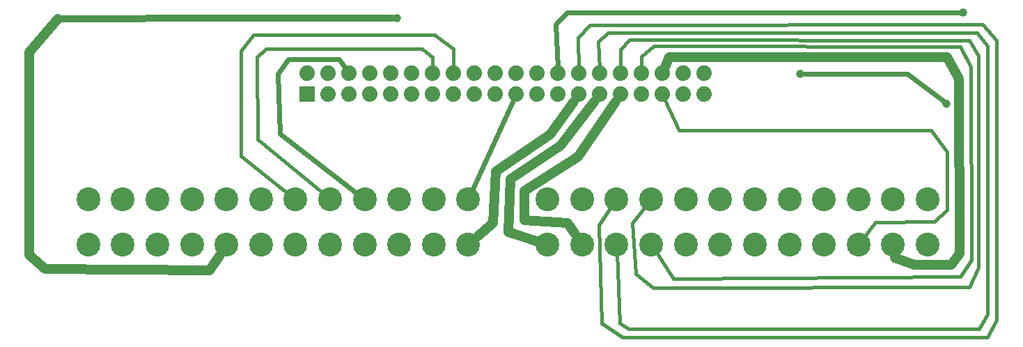
<source format=gbl>
G04 MADE WITH FRITZING*
G04 WWW.FRITZING.ORG*
G04 DOUBLE SIDED*
G04 HOLES PLATED*
G04 CONTOUR ON CENTER OF CONTOUR VECTOR*
%ASAXBY*%
%FSLAX23Y23*%
%MOIN*%
%OFA0B0*%
%SFA1.0B1.0*%
%ADD10C,0.039370*%
%ADD11C,0.114173*%
%ADD12C,0.074000*%
%ADD13R,0.074000X0.074000*%
%ADD14C,0.016000*%
%ADD15C,0.048000*%
%ADD16C,0.024000*%
%ADD17C,0.032000*%
%LNCOPPER0*%
G90*
G70*
G54D10*
X4447Y1187D03*
G54D11*
X2158Y513D03*
X1993Y513D03*
X1827Y513D03*
X1662Y513D03*
X1497Y513D03*
X1331Y513D03*
X1166Y513D03*
X1000Y513D03*
X835Y513D03*
X670Y513D03*
X504Y513D03*
X339Y513D03*
X2158Y730D03*
X1993Y730D03*
X1827Y730D03*
X1662Y730D03*
X1497Y730D03*
X1331Y730D03*
X1166Y730D03*
X1000Y730D03*
X835Y730D03*
X670Y730D03*
X504Y730D03*
X339Y730D03*
X4356Y514D03*
X4191Y514D03*
X4025Y514D03*
X3860Y514D03*
X3695Y514D03*
X3529Y514D03*
X3364Y514D03*
X3199Y514D03*
X3033Y514D03*
X2868Y514D03*
X2703Y514D03*
X2537Y514D03*
X4356Y730D03*
X4191Y730D03*
X4025Y730D03*
X3860Y730D03*
X3695Y730D03*
X3529Y730D03*
X3364Y730D03*
X3199Y730D03*
X3033Y730D03*
X2868Y730D03*
X2703Y730D03*
X2537Y730D03*
G54D12*
X1387Y1332D03*
X1487Y1332D03*
X1587Y1332D03*
X1687Y1332D03*
X1787Y1332D03*
X1887Y1332D03*
X1987Y1332D03*
X2087Y1332D03*
X2187Y1332D03*
X2287Y1332D03*
X2387Y1332D03*
X2487Y1332D03*
X2587Y1332D03*
X2687Y1332D03*
X2787Y1332D03*
X2887Y1332D03*
X2987Y1332D03*
X3087Y1332D03*
X3187Y1332D03*
X3287Y1332D03*
X1387Y1232D03*
X1487Y1232D03*
X1587Y1232D03*
X1687Y1232D03*
X1787Y1232D03*
X1887Y1232D03*
X1987Y1232D03*
X2087Y1232D03*
X2187Y1232D03*
X2287Y1232D03*
X2387Y1232D03*
X2487Y1232D03*
X2587Y1232D03*
X2687Y1232D03*
X2787Y1232D03*
X2887Y1232D03*
X2987Y1232D03*
X3087Y1232D03*
X3187Y1232D03*
X3287Y1232D03*
G54D10*
X3747Y1330D03*
X1817Y1596D03*
X4528Y1625D03*
G54D13*
X1387Y1232D03*
G54D14*
X4390Y624D02*
X4451Y681D01*
D02*
X4451Y957D02*
X4373Y1061D01*
D02*
X4106Y621D02*
X4390Y624D01*
D02*
X4451Y681D02*
X4451Y957D01*
D02*
X4373Y1061D02*
X3165Y1061D01*
D02*
X3165Y1061D02*
X3098Y1209D01*
D02*
X4050Y547D02*
X4106Y621D01*
G54D15*
D02*
X2289Y864D02*
X2277Y618D01*
D02*
X2277Y618D02*
X2201Y551D01*
D02*
X2551Y1040D02*
X2289Y864D01*
D02*
X2663Y1198D02*
X2551Y1040D01*
D02*
X2600Y987D02*
X2762Y1199D01*
D02*
X2360Y827D02*
X2600Y987D01*
D02*
X2351Y572D02*
X2360Y827D01*
D02*
X2482Y531D02*
X2351Y572D01*
D02*
X2683Y932D02*
X2863Y1197D01*
D02*
X2425Y769D02*
X2683Y932D01*
D02*
X2425Y631D02*
X2425Y769D01*
D02*
X2634Y618D02*
X2425Y631D01*
D02*
X2671Y562D02*
X2634Y618D01*
G54D16*
D02*
X4432Y1199D02*
X4260Y1330D01*
D02*
X2177Y772D02*
X2374Y1204D01*
G54D14*
D02*
X1148Y1409D02*
X1189Y1450D01*
D02*
X1986Y1409D02*
X1987Y1358D01*
D02*
X1149Y1016D02*
X1148Y1409D01*
D02*
X1936Y1450D02*
X1986Y1409D01*
D02*
X1189Y1450D02*
X1936Y1450D01*
D02*
X1465Y756D02*
X1149Y1016D01*
D02*
X1070Y1439D02*
X1129Y1518D01*
D02*
X2085Y1450D02*
X2087Y1358D01*
D02*
X1070Y937D02*
X1070Y1439D01*
D02*
X1996Y1518D02*
X2085Y1450D01*
D02*
X1129Y1518D02*
X1996Y1518D01*
D02*
X1299Y755D02*
X1070Y937D01*
G54D16*
D02*
X4260Y1330D02*
X3766Y1330D01*
D02*
X1541Y1400D02*
X1570Y1358D01*
D02*
X1625Y758D02*
X1256Y1045D01*
D02*
X1247Y1330D02*
X1296Y1400D01*
D02*
X1296Y1400D02*
X1541Y1400D01*
D02*
X1256Y1045D02*
X1247Y1330D01*
G54D15*
D02*
X133Y397D02*
X57Y464D01*
D02*
X57Y464D02*
X57Y1433D01*
D02*
X57Y1433D02*
X193Y1593D01*
D02*
X969Y465D02*
X921Y390D01*
D02*
X921Y390D02*
X133Y397D01*
G54D17*
D02*
X193Y1593D02*
X1030Y1596D01*
D02*
X1030Y1596D02*
X1792Y1596D01*
G54D14*
D02*
X2740Y1563D02*
X2684Y1504D01*
D02*
X4620Y1566D02*
X2740Y1563D01*
D02*
X4688Y153D02*
X4688Y1489D01*
D02*
X2796Y136D02*
X2897Y71D01*
D02*
X2782Y608D02*
X2796Y136D01*
D02*
X2897Y71D02*
X4644Y71D01*
D02*
X4644Y71D02*
X4688Y153D01*
D02*
X4688Y1489D02*
X4620Y1566D01*
D02*
X2684Y1504D02*
X2687Y1358D01*
D02*
X2844Y697D02*
X2782Y608D01*
D02*
X4593Y1528D02*
X2826Y1528D01*
D02*
X2826Y1528D02*
X2779Y1483D01*
D02*
X2779Y1483D02*
X2786Y1358D01*
D02*
X4602Y109D02*
X4644Y180D01*
D02*
X2882Y138D02*
X2926Y109D01*
D02*
X4644Y180D02*
X4644Y1463D01*
D02*
X2926Y109D02*
X4602Y109D01*
D02*
X4644Y1463D02*
X4593Y1528D01*
D02*
X2869Y473D02*
X2882Y138D01*
D02*
X3047Y1463D02*
X2986Y1415D01*
D02*
X4514Y361D02*
X4568Y440D01*
D02*
X4514Y1459D02*
X3047Y1463D01*
D02*
X4568Y440D02*
X4564Y1365D01*
D02*
X3141Y351D02*
X4514Y361D01*
D02*
X4564Y1365D02*
X4514Y1459D01*
D02*
X2986Y1415D02*
X2987Y1358D01*
D02*
X3056Y480D02*
X3141Y351D01*
D02*
X2959Y375D02*
X3043Y307D01*
D02*
X3043Y307D02*
X4555Y311D01*
D02*
X2944Y617D02*
X2959Y375D01*
D02*
X4555Y311D02*
X4599Y404D01*
D02*
X4599Y404D02*
X4599Y1418D01*
D02*
X4599Y1418D02*
X4555Y1489D01*
D02*
X4555Y1489D02*
X2929Y1492D01*
D02*
X2929Y1492D02*
X2885Y1448D01*
D02*
X2885Y1448D02*
X2887Y1358D01*
D02*
X3008Y698D02*
X2944Y617D01*
G54D15*
D02*
X4292Y416D02*
X4469Y416D01*
D02*
X4469Y416D02*
X4511Y470D01*
D02*
X4200Y449D02*
X4292Y416D01*
D02*
X4511Y470D02*
X4505Y1306D01*
D02*
X4199Y457D02*
X4200Y449D01*
D02*
X4505Y1306D02*
X4451Y1409D01*
D02*
X4451Y1409D02*
X3121Y1409D01*
D02*
X3121Y1409D02*
X3104Y1371D01*
G54D16*
D02*
X4509Y1625D02*
X2631Y1625D01*
D02*
X2631Y1625D02*
X2575Y1566D01*
D02*
X2575Y1566D02*
X2586Y1363D01*
G04 End of Copper0*
M02*
</source>
